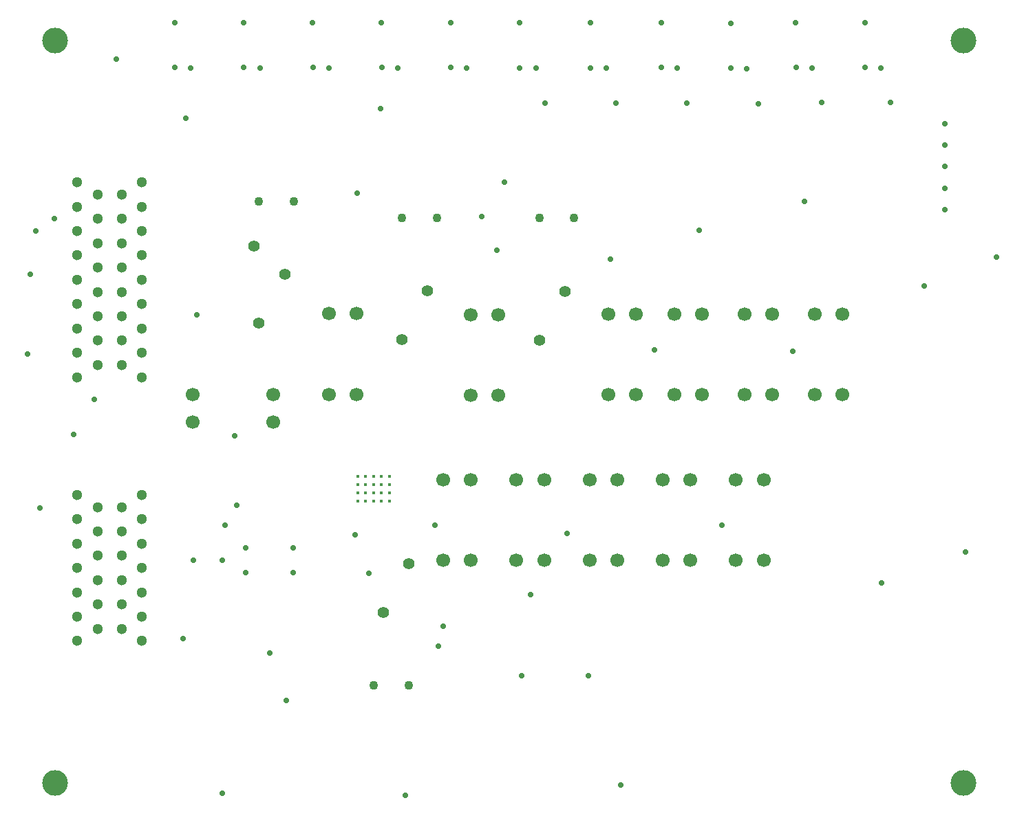
<source format=gbr>
%TF.GenerationSoftware,Altium Limited,Altium Designer,19.0.10 (269)*%
G04 Layer_Color=0*
%FSLAX26Y26*%
%MOIN*%
%TF.FileFunction,Plated,1,2,PTH,Drill*%
%TF.Part,Single*%
G01*
G75*
%TA.AperFunction,ComponentDrill*%
%ADD60C,0.055118*%
%ADD61C,0.066929*%
%ADD62C,0.066929*%
%ADD63C,0.051181*%
%TA.AperFunction,OtherDrill,Pad Free-MH (4700mil,300mil)*%
%ADD64C,0.125000*%
%TA.AperFunction,OtherDrill,Pad Free-MH (4700mil,3900mil)*%
%ADD65C,0.125000*%
%TA.AperFunction,OtherDrill,Pad Free-MH (300mil,3900mil)*%
%ADD66C,0.125000*%
%TA.AperFunction,OtherDrill,Pad Free-MH (300mil,300mil)*%
%ADD67C,0.125000*%
%TA.AperFunction,ComponentDrill*%
%ADD68C,0.043307*%
%TA.AperFunction,ViaDrill,NotFilled*%
%ADD69C,0.028000*%
%ADD70C,0.015000*%
D60*
X2644656Y2449512D02*
D03*
X2768671Y2685732D02*
D03*
X1979001Y2452449D02*
D03*
X2103016Y2688670D02*
D03*
X1287000Y2531449D02*
D03*
X1261409Y2905465D02*
D03*
X1411016Y2767669D02*
D03*
X2011929Y1364551D02*
D03*
X1887913Y1128331D02*
D03*
D61*
X1357276Y2052071D02*
D03*
X966724D02*
D03*
X1357276Y2185929D02*
D03*
X966724D02*
D03*
D62*
X1624843Y2186206D02*
D03*
Y2576757D02*
D03*
X1758701Y2186206D02*
D03*
Y2576757D02*
D03*
X2313490Y2181724D02*
D03*
Y2572276D02*
D03*
X2447348Y2181724D02*
D03*
Y2572276D02*
D03*
X2979165Y2183724D02*
D03*
Y2574276D02*
D03*
X3113023Y2183724D02*
D03*
Y2574276D02*
D03*
X3299361Y2184449D02*
D03*
Y2575000D02*
D03*
X3433220Y2184449D02*
D03*
Y2575000D02*
D03*
X3638246Y2184724D02*
D03*
Y2575276D02*
D03*
X3772104Y2184724D02*
D03*
Y2575276D02*
D03*
X3978379Y2184898D02*
D03*
Y2575450D02*
D03*
X4112237Y2184898D02*
D03*
Y2575450D02*
D03*
X3731237Y1771450D02*
D03*
Y1380898D02*
D03*
X3597378Y1771450D02*
D03*
Y1380898D02*
D03*
X3376886Y1771000D02*
D03*
Y1380449D02*
D03*
X3243028Y1771000D02*
D03*
Y1380449D02*
D03*
X3022570Y1771450D02*
D03*
Y1380898D02*
D03*
X2888712Y1771450D02*
D03*
Y1380898D02*
D03*
X2667701Y1771757D02*
D03*
Y1381206D02*
D03*
X2533843Y1771757D02*
D03*
Y1381206D02*
D03*
X2312929Y1771456D02*
D03*
Y1380905D02*
D03*
X2179071Y1771456D02*
D03*
Y1380905D02*
D03*
D63*
X720866Y2269685D02*
D03*
Y2387795D02*
D03*
Y2505905D02*
D03*
Y2624016D02*
D03*
Y2742126D02*
D03*
Y2860236D02*
D03*
Y2978347D02*
D03*
Y3096457D02*
D03*
Y3214567D02*
D03*
X622441Y2328740D02*
D03*
Y2446850D02*
D03*
Y2564961D02*
D03*
Y2683071D02*
D03*
Y2801181D02*
D03*
Y2919291D02*
D03*
Y3037402D02*
D03*
Y3155512D02*
D03*
X504331Y2328740D02*
D03*
Y2446850D02*
D03*
Y2564961D02*
D03*
Y2683071D02*
D03*
Y2801181D02*
D03*
Y2919291D02*
D03*
Y3037402D02*
D03*
Y3155512D02*
D03*
X405906Y2269685D02*
D03*
Y2387795D02*
D03*
Y2505905D02*
D03*
Y2624016D02*
D03*
Y2742126D02*
D03*
Y2860236D02*
D03*
Y2978347D02*
D03*
Y3096457D02*
D03*
Y3214567D02*
D03*
Y1698819D02*
D03*
Y1580709D02*
D03*
Y1462599D02*
D03*
Y1344488D02*
D03*
Y1226378D02*
D03*
Y1108268D02*
D03*
Y990158D02*
D03*
X504331Y1639764D02*
D03*
Y1521654D02*
D03*
Y1403543D02*
D03*
Y1285433D02*
D03*
Y1167323D02*
D03*
Y1049213D02*
D03*
X622441Y1639764D02*
D03*
Y1521654D02*
D03*
Y1403543D02*
D03*
Y1285433D02*
D03*
Y1167323D02*
D03*
Y1049213D02*
D03*
X720866Y1698819D02*
D03*
Y1580709D02*
D03*
Y1462599D02*
D03*
Y1344488D02*
D03*
Y1226378D02*
D03*
Y1108268D02*
D03*
Y990158D02*
D03*
D64*
X4700000Y300000D02*
D03*
D65*
Y3900000D02*
D03*
D66*
X300000D02*
D03*
D67*
Y300000D02*
D03*
D68*
X2813947Y3040063D02*
D03*
X2644656D02*
D03*
X2148292Y3043001D02*
D03*
X1979001D02*
D03*
X1456291Y3122000D02*
D03*
X1287000D02*
D03*
X1842638Y774000D02*
D03*
X2011929D02*
D03*
D69*
X4609000Y3395000D02*
D03*
X4609000Y3497586D02*
D03*
X1820000Y1318000D02*
D03*
X3706054Y3595826D02*
D03*
X2674054Y3598998D02*
D03*
X2293935Y3768482D02*
D03*
X2140000Y1551000D02*
D03*
X1122000D02*
D03*
X1224000Y1440000D02*
D03*
X1178000Y1647000D02*
D03*
X1754000Y1506000D02*
D03*
X1454000Y1322000D02*
D03*
X1224000D02*
D03*
X1454000Y1440000D02*
D03*
X1110000Y1381206D02*
D03*
X2156000Y966000D02*
D03*
X206000Y2978000D02*
D03*
X297000Y3037402D02*
D03*
X1876294Y3570439D02*
D03*
X1763000Y3160000D02*
D03*
X934000Y3524000D02*
D03*
X3528000Y1553000D02*
D03*
X2367000Y3048000D02*
D03*
X2476217Y3214567D02*
D03*
X164695Y2380000D02*
D03*
X180000Y2769010D02*
D03*
X4344456Y3600000D02*
D03*
X597000Y3810000D02*
D03*
X4860000Y2850000D02*
D03*
X227000Y1634278D02*
D03*
X490000Y2162952D02*
D03*
X390000Y1990000D02*
D03*
X3873000Y2396000D02*
D03*
X3202201Y2400000D02*
D03*
X2780726Y1510000D02*
D03*
X4710000Y1420000D02*
D03*
X4510000Y2710000D02*
D03*
X3930000Y3120000D02*
D03*
X3420000Y2980000D02*
D03*
X2990000Y2840465D02*
D03*
X2440000Y2884821D02*
D03*
X1170000Y1984252D02*
D03*
X986000Y2570000D02*
D03*
X969000Y1381206D02*
D03*
X920000Y1000000D02*
D03*
X1340000Y930000D02*
D03*
X2180000Y1060000D02*
D03*
X1420000Y700000D02*
D03*
X2601000Y1215000D02*
D03*
X2560000Y822000D02*
D03*
X2883776Y820000D02*
D03*
X4304000Y1270000D02*
D03*
X3040000Y290000D02*
D03*
X1995969Y240000D02*
D03*
X1110000Y250000D02*
D03*
X3965388Y3768482D02*
D03*
X1959644D02*
D03*
X1625353D02*
D03*
X1881888Y3770726D02*
D03*
X4610000Y3080000D02*
D03*
Y3185000D02*
D03*
Y3290000D02*
D03*
X4010977Y3600000D02*
D03*
X3358686Y3599173D02*
D03*
X2628465Y3767480D02*
D03*
X3016054Y3598999D02*
D03*
X1291063Y3768482D02*
D03*
X1212323Y3989740D02*
D03*
X1213307Y3770726D02*
D03*
X1546613Y3989740D02*
D03*
X1547597Y3770726D02*
D03*
X3313097Y3767655D02*
D03*
X3234357Y3988913D02*
D03*
X3235341Y3769899D02*
D03*
X3886647Y3989740D02*
D03*
X3887632Y3770726D02*
D03*
X4299678Y3768482D02*
D03*
X4220938Y3989740D02*
D03*
X4221922Y3770726D02*
D03*
X1880904Y3989740D02*
D03*
X2215194D02*
D03*
X2216179Y3770726D02*
D03*
X2970465Y3767481D02*
D03*
X2891724Y3988739D02*
D03*
X2892709Y3769725D02*
D03*
X3650465Y3764308D02*
D03*
X3571724Y3985566D02*
D03*
X3572709Y3766552D02*
D03*
X2549724Y3988739D02*
D03*
X2550709Y3769724D02*
D03*
X956772Y3768482D02*
D03*
X878032Y3989740D02*
D03*
X879016Y3770726D02*
D03*
D70*
X1919000Y1669000D02*
D03*
X1842000Y1709250D02*
D03*
X1919000Y1749500D02*
D03*
Y1789750D02*
D03*
Y1709250D02*
D03*
X1880000D02*
D03*
X1766000D02*
D03*
Y1789750D02*
D03*
Y1749500D02*
D03*
X1842000D02*
D03*
X1880000D02*
D03*
X1804000D02*
D03*
Y1789750D02*
D03*
X1880000D02*
D03*
X1842000D02*
D03*
X1804000Y1709250D02*
D03*
X1880000Y1669000D02*
D03*
X1842000D02*
D03*
X1804000D02*
D03*
X1766000D02*
D03*
%TF.MD5,53ac4ca0c98ba8aabd294980ff2aad38*%
M02*

</source>
